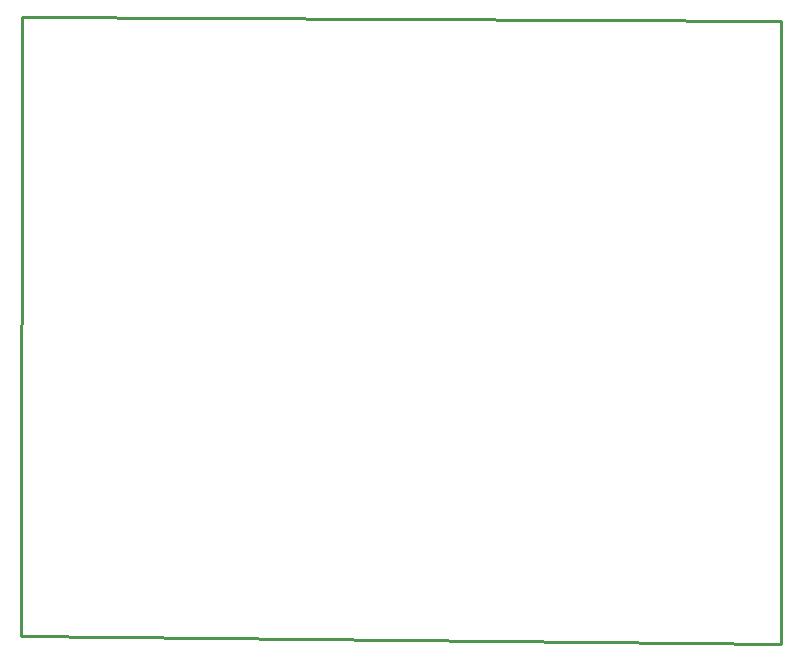
<source format=gko>
G04 Layer: BoardOutlineLayer*
G04 EasyEDA v6.5.22, 2022-11-10 10:58:02*
G04 6b3d640ebf974b0b8646ff979dfa74d8,4d8ab2db40884aeb91e54047068f32cb,10*
G04 Gerber Generator version 0.2*
G04 Scale: 100 percent, Rotated: No, Reflected: No *
G04 Dimensions in inches *
G04 leading zeros omitted , absolute positions ,3 integer and 6 decimal *
%FSLAX36Y36*%
%MOIN*%

%ADD10C,0.0100*%
D10*
X810000Y1580000D02*
G01*
X3340000Y1565000D01*
X3340000Y-510000D01*
X805000Y-485000D01*
X810000Y1580000D01*

%LPD*%
M02*

</source>
